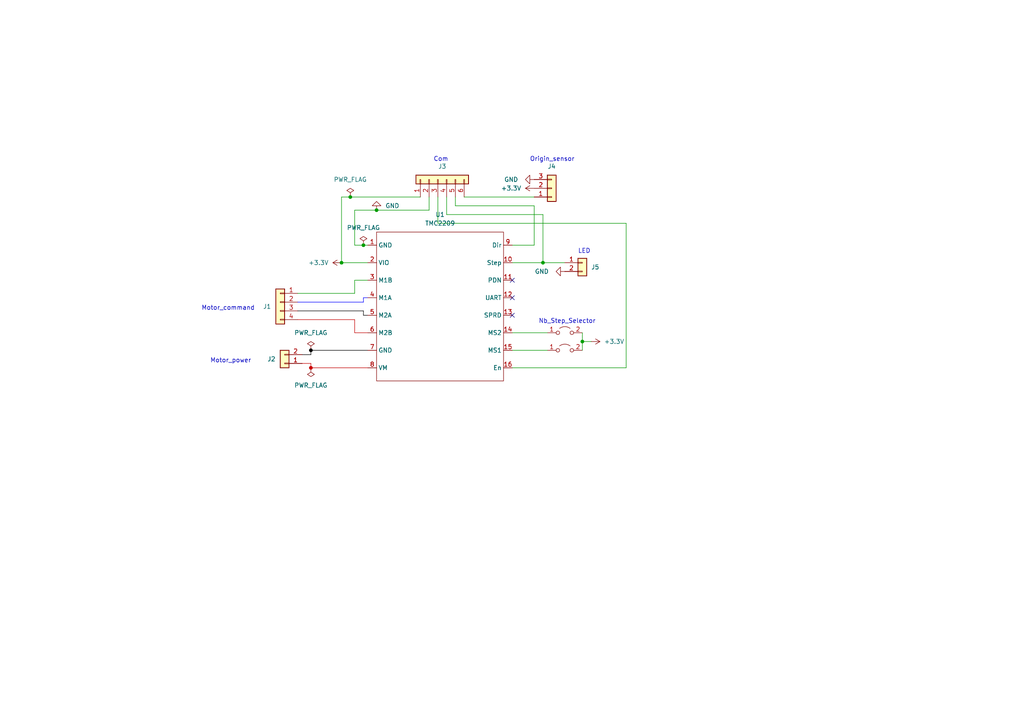
<source format=kicad_sch>
(kicad_sch (version 20230121) (generator eeschema)

  (uuid bc2be4c6-d8a4-43e9-8bc1-fae5a97ba093)

  (paper "A4")

  (title_block
    (title "schéma électronique axe z du porte échantillons")
    (date "2023-04-18")
    (rev "0")
    (company "ALEPH")
    (comment 1 "By : LAMBERT Tanguy")
  )

  (lib_symbols
    (symbol "Connector_Generic:Conn_01x02" (pin_names (offset 1.016) hide) (in_bom yes) (on_board yes)
      (property "Reference" "J" (at 0 2.54 0)
        (effects (font (size 1.27 1.27)))
      )
      (property "Value" "Conn_01x02" (at 0 -5.08 0)
        (effects (font (size 1.27 1.27)))
      )
      (property "Footprint" "" (at 0 0 0)
        (effects (font (size 1.27 1.27)) hide)
      )
      (property "Datasheet" "~" (at 0 0 0)
        (effects (font (size 1.27 1.27)) hide)
      )
      (property "ki_keywords" "connector" (at 0 0 0)
        (effects (font (size 1.27 1.27)) hide)
      )
      (property "ki_description" "Generic connector, single row, 01x02, script generated (kicad-library-utils/schlib/autogen/connector/)" (at 0 0 0)
        (effects (font (size 1.27 1.27)) hide)
      )
      (property "ki_fp_filters" "Connector*:*_1x??_*" (at 0 0 0)
        (effects (font (size 1.27 1.27)) hide)
      )
      (symbol "Conn_01x02_1_1"
        (rectangle (start -1.27 -2.413) (end 0 -2.667)
          (stroke (width 0.1524) (type default))
          (fill (type none))
        )
        (rectangle (start -1.27 0.127) (end 0 -0.127)
          (stroke (width 0.1524) (type default))
          (fill (type none))
        )
        (rectangle (start -1.27 1.27) (end 1.27 -3.81)
          (stroke (width 0.254) (type default))
          (fill (type background))
        )
        (pin passive line (at -5.08 0 0) (length 3.81)
          (name "Pin_1" (effects (font (size 1.27 1.27))))
          (number "1" (effects (font (size 1.27 1.27))))
        )
        (pin passive line (at -5.08 -2.54 0) (length 3.81)
          (name "Pin_2" (effects (font (size 1.27 1.27))))
          (number "2" (effects (font (size 1.27 1.27))))
        )
      )
    )
    (symbol "Connector_Generic:Conn_01x03" (pin_names (offset 1.016) hide) (in_bom yes) (on_board yes)
      (property "Reference" "J" (at 0 5.08 0)
        (effects (font (size 1.27 1.27)))
      )
      (property "Value" "Conn_01x03" (at 0 -5.08 0)
        (effects (font (size 1.27 1.27)))
      )
      (property "Footprint" "" (at 0 0 0)
        (effects (font (size 1.27 1.27)) hide)
      )
      (property "Datasheet" "~" (at 0 0 0)
        (effects (font (size 1.27 1.27)) hide)
      )
      (property "ki_keywords" "connector" (at 0 0 0)
        (effects (font (size 1.27 1.27)) hide)
      )
      (property "ki_description" "Generic connector, single row, 01x03, script generated (kicad-library-utils/schlib/autogen/connector/)" (at 0 0 0)
        (effects (font (size 1.27 1.27)) hide)
      )
      (property "ki_fp_filters" "Connector*:*_1x??_*" (at 0 0 0)
        (effects (font (size 1.27 1.27)) hide)
      )
      (symbol "Conn_01x03_1_1"
        (rectangle (start -1.27 -2.413) (end 0 -2.667)
          (stroke (width 0.1524) (type default))
          (fill (type none))
        )
        (rectangle (start -1.27 0.127) (end 0 -0.127)
          (stroke (width 0.1524) (type default))
          (fill (type none))
        )
        (rectangle (start -1.27 2.667) (end 0 2.413)
          (stroke (width 0.1524) (type default))
          (fill (type none))
        )
        (rectangle (start -1.27 3.81) (end 1.27 -3.81)
          (stroke (width 0.254) (type default))
          (fill (type background))
        )
        (pin passive line (at -5.08 2.54 0) (length 3.81)
          (name "Pin_1" (effects (font (size 1.27 1.27))))
          (number "1" (effects (font (size 1.27 1.27))))
        )
        (pin passive line (at -5.08 0 0) (length 3.81)
          (name "Pin_2" (effects (font (size 1.27 1.27))))
          (number "2" (effects (font (size 1.27 1.27))))
        )
        (pin passive line (at -5.08 -2.54 0) (length 3.81)
          (name "Pin_3" (effects (font (size 1.27 1.27))))
          (number "3" (effects (font (size 1.27 1.27))))
        )
      )
    )
    (symbol "Connector_Generic:Conn_01x04" (pin_names (offset 1.016) hide) (in_bom yes) (on_board yes)
      (property "Reference" "J" (at 0 5.08 0)
        (effects (font (size 1.27 1.27)))
      )
      (property "Value" "Conn_01x04" (at 0 -7.62 0)
        (effects (font (size 1.27 1.27)))
      )
      (property "Footprint" "" (at 0 0 0)
        (effects (font (size 1.27 1.27)) hide)
      )
      (property "Datasheet" "~" (at 0 0 0)
        (effects (font (size 1.27 1.27)) hide)
      )
      (property "ki_keywords" "connector" (at 0 0 0)
        (effects (font (size 1.27 1.27)) hide)
      )
      (property "ki_description" "Generic connector, single row, 01x04, script generated (kicad-library-utils/schlib/autogen/connector/)" (at 0 0 0)
        (effects (font (size 1.27 1.27)) hide)
      )
      (property "ki_fp_filters" "Connector*:*_1x??_*" (at 0 0 0)
        (effects (font (size 1.27 1.27)) hide)
      )
      (symbol "Conn_01x04_1_1"
        (rectangle (start -1.27 -4.953) (end 0 -5.207)
          (stroke (width 0.1524) (type default))
          (fill (type none))
        )
        (rectangle (start -1.27 -2.413) (end 0 -2.667)
          (stroke (width 0.1524) (type default))
          (fill (type none))
        )
        (rectangle (start -1.27 0.127) (end 0 -0.127)
          (stroke (width 0.1524) (type default))
          (fill (type none))
        )
        (rectangle (start -1.27 2.667) (end 0 2.413)
          (stroke (width 0.1524) (type default))
          (fill (type none))
        )
        (rectangle (start -1.27 3.81) (end 1.27 -6.35)
          (stroke (width 0.254) (type default))
          (fill (type background))
        )
        (pin passive line (at -5.08 2.54 0) (length 3.81)
          (name "Pin_1" (effects (font (size 1.27 1.27))))
          (number "1" (effects (font (size 1.27 1.27))))
        )
        (pin passive line (at -5.08 0 0) (length 3.81)
          (name "Pin_2" (effects (font (size 1.27 1.27))))
          (number "2" (effects (font (size 1.27 1.27))))
        )
        (pin passive line (at -5.08 -2.54 0) (length 3.81)
          (name "Pin_3" (effects (font (size 1.27 1.27))))
          (number "3" (effects (font (size 1.27 1.27))))
        )
        (pin passive line (at -5.08 -5.08 0) (length 3.81)
          (name "Pin_4" (effects (font (size 1.27 1.27))))
          (number "4" (effects (font (size 1.27 1.27))))
        )
      )
    )
    (symbol "Connector_Generic:Conn_01x06" (pin_names (offset 1.016) hide) (in_bom yes) (on_board yes)
      (property "Reference" "J" (at 0 7.62 0)
        (effects (font (size 1.27 1.27)))
      )
      (property "Value" "Conn_01x06" (at 0 -10.16 0)
        (effects (font (size 1.27 1.27)))
      )
      (property "Footprint" "" (at 0 0 0)
        (effects (font (size 1.27 1.27)) hide)
      )
      (property "Datasheet" "~" (at 0 0 0)
        (effects (font (size 1.27 1.27)) hide)
      )
      (property "ki_keywords" "connector" (at 0 0 0)
        (effects (font (size 1.27 1.27)) hide)
      )
      (property "ki_description" "Generic connector, single row, 01x06, script generated (kicad-library-utils/schlib/autogen/connector/)" (at 0 0 0)
        (effects (font (size 1.27 1.27)) hide)
      )
      (property "ki_fp_filters" "Connector*:*_1x??_*" (at 0 0 0)
        (effects (font (size 1.27 1.27)) hide)
      )
      (symbol "Conn_01x06_1_1"
        (rectangle (start -1.27 -7.493) (end 0 -7.747)
          (stroke (width 0.1524) (type default))
          (fill (type none))
        )
        (rectangle (start -1.27 -4.953) (end 0 -5.207)
          (stroke (width 0.1524) (type default))
          (fill (type none))
        )
        (rectangle (start -1.27 -2.413) (end 0 -2.667)
          (stroke (width 0.1524) (type default))
          (fill (type none))
        )
        (rectangle (start -1.27 0.127) (end 0 -0.127)
          (stroke (width 0.1524) (type default))
          (fill (type none))
        )
        (rectangle (start -1.27 2.667) (end 0 2.413)
          (stroke (width 0.1524) (type default))
          (fill (type none))
        )
        (rectangle (start -1.27 5.207) (end 0 4.953)
          (stroke (width 0.1524) (type default))
          (fill (type none))
        )
        (rectangle (start -1.27 6.35) (end 1.27 -8.89)
          (stroke (width 0.254) (type default))
          (fill (type background))
        )
        (pin passive line (at -5.08 5.08 0) (length 3.81)
          (name "Pin_1" (effects (font (size 1.27 1.27))))
          (number "1" (effects (font (size 1.27 1.27))))
        )
        (pin passive line (at -5.08 2.54 0) (length 3.81)
          (name "Pin_2" (effects (font (size 1.27 1.27))))
          (number "2" (effects (font (size 1.27 1.27))))
        )
        (pin passive line (at -5.08 0 0) (length 3.81)
          (name "Pin_3" (effects (font (size 1.27 1.27))))
          (number "3" (effects (font (size 1.27 1.27))))
        )
        (pin passive line (at -5.08 -2.54 0) (length 3.81)
          (name "Pin_4" (effects (font (size 1.27 1.27))))
          (number "4" (effects (font (size 1.27 1.27))))
        )
        (pin passive line (at -5.08 -5.08 0) (length 3.81)
          (name "Pin_5" (effects (font (size 1.27 1.27))))
          (number "5" (effects (font (size 1.27 1.27))))
        )
        (pin passive line (at -5.08 -7.62 0) (length 3.81)
          (name "Pin_6" (effects (font (size 1.27 1.27))))
          (number "6" (effects (font (size 1.27 1.27))))
        )
      )
    )
    (symbol "Jumper:Jumper_2_Open" (pin_names (offset 0) hide) (in_bom yes) (on_board yes)
      (property "Reference" "JP" (at 0 2.794 0)
        (effects (font (size 1.27 1.27)))
      )
      (property "Value" "Jumper_2_Open" (at 0 -2.286 0)
        (effects (font (size 1.27 1.27)))
      )
      (property "Footprint" "" (at 0 0 0)
        (effects (font (size 1.27 1.27)) hide)
      )
      (property "Datasheet" "~" (at 0 0 0)
        (effects (font (size 1.27 1.27)) hide)
      )
      (property "ki_keywords" "Jumper SPST" (at 0 0 0)
        (effects (font (size 1.27 1.27)) hide)
      )
      (property "ki_description" "Jumper, 2-pole, open" (at 0 0 0)
        (effects (font (size 1.27 1.27)) hide)
      )
      (property "ki_fp_filters" "Jumper* TestPoint*2Pads* TestPoint*Bridge*" (at 0 0 0)
        (effects (font (size 1.27 1.27)) hide)
      )
      (symbol "Jumper_2_Open_0_0"
        (circle (center -2.032 0) (radius 0.508)
          (stroke (width 0) (type default))
          (fill (type none))
        )
        (circle (center 2.032 0) (radius 0.508)
          (stroke (width 0) (type default))
          (fill (type none))
        )
      )
      (symbol "Jumper_2_Open_0_1"
        (arc (start 1.524 1.27) (mid 0 1.778) (end -1.524 1.27)
          (stroke (width 0) (type default))
          (fill (type none))
        )
      )
      (symbol "Jumper_2_Open_1_1"
        (pin passive line (at -5.08 0 0) (length 2.54)
          (name "A" (effects (font (size 1.27 1.27))))
          (number "1" (effects (font (size 1.27 1.27))))
        )
        (pin passive line (at 5.08 0 180) (length 2.54)
          (name "B" (effects (font (size 1.27 1.27))))
          (number "2" (effects (font (size 1.27 1.27))))
        )
      )
    )
    (symbol "ProjetStepperMotor:TMC2209" (in_bom yes) (on_board yes)
      (property "Reference" "U" (at 19.05 -21.59 0)
        (effects (font (size 1.27 1.27)))
      )
      (property "Value" "TMC2209" (at 19.05 -19.05 0)
        (effects (font (size 1.27 1.27)))
      )
      (property "Footprint" "LibraryFootprint:Motor_driver_holder" (at 19.05 -21.59 0)
        (effects (font (size 1.27 1.27)) hide)
      )
      (property "Datasheet" "" (at 19.05 -21.59 0)
        (effects (font (size 1.27 1.27)) hide)
      )
      (symbol "TMC2209_0_1"
        (rectangle (start 0 0) (end 36.83 -43.18)
          (stroke (width 0) (type default))
          (fill (type none))
        )
      )
      (symbol "TMC2209_1_1"
        (pin power_in line (at -2.54 -3.81 0) (length 2.54)
          (name "GND" (effects (font (size 1.27 1.27))))
          (number "1" (effects (font (size 1.27 1.27))))
        )
        (pin input line (at 39.37 -8.89 180) (length 2.54)
          (name "Step" (effects (font (size 1.27 1.27))))
          (number "10" (effects (font (size 1.27 1.27))))
        )
        (pin input line (at 39.37 -13.97 180) (length 2.54)
          (name "PDN" (effects (font (size 1.27 1.27))))
          (number "11" (effects (font (size 1.27 1.27))))
        )
        (pin bidirectional line (at 39.37 -19.05 180) (length 2.54)
          (name "UART" (effects (font (size 1.27 1.27))))
          (number "12" (effects (font (size 1.27 1.27))))
        )
        (pin input line (at 39.37 -24.13 180) (length 2.54)
          (name "SPRD" (effects (font (size 1.27 1.27))))
          (number "13" (effects (font (size 1.27 1.27))))
        )
        (pin input line (at 39.37 -29.21 180) (length 2.54)
          (name "MS2" (effects (font (size 1.27 1.27))))
          (number "14" (effects (font (size 1.27 1.27))))
        )
        (pin input line (at 39.37 -34.29 180) (length 2.54)
          (name "MS1" (effects (font (size 1.27 1.27))))
          (number "15" (effects (font (size 1.27 1.27))))
        )
        (pin input line (at 39.37 -39.37 180) (length 2.54)
          (name "En" (effects (font (size 1.27 1.27))))
          (number "16" (effects (font (size 1.27 1.27))))
        )
        (pin power_in line (at -2.54 -8.89 0) (length 2.54)
          (name "VIO" (effects (font (size 1.27 1.27))))
          (number "2" (effects (font (size 1.27 1.27))))
        )
        (pin output line (at -2.54 -13.97 0) (length 2.54)
          (name "M1B" (effects (font (size 1.27 1.27))))
          (number "3" (effects (font (size 1.27 1.27))))
        )
        (pin output line (at -2.54 -19.05 0) (length 2.54)
          (name "M1A" (effects (font (size 1.27 1.27))))
          (number "4" (effects (font (size 1.27 1.27))))
        )
        (pin output line (at -2.54 -24.13 0) (length 2.54)
          (name "M2A" (effects (font (size 1.27 1.27))))
          (number "5" (effects (font (size 1.27 1.27))))
        )
        (pin output line (at -2.54 -29.21 0) (length 2.54)
          (name "M2B" (effects (font (size 1.27 1.27))))
          (number "6" (effects (font (size 1.27 1.27))))
        )
        (pin power_in line (at -2.54 -34.29 0) (length 2.54)
          (name "GND" (effects (font (size 1.27 1.27))))
          (number "7" (effects (font (size 1.27 1.27))))
        )
        (pin power_in line (at -2.54 -39.37 0) (length 2.54)
          (name "VM" (effects (font (size 1.27 1.27))))
          (number "8" (effects (font (size 1.27 1.27))))
        )
        (pin input line (at 39.37 -3.81 180) (length 2.54)
          (name "Dir" (effects (font (size 1.27 1.27))))
          (number "9" (effects (font (size 1.27 1.27))))
        )
      )
    )
    (symbol "power:+3.3V" (power) (pin_names (offset 0)) (in_bom yes) (on_board yes)
      (property "Reference" "#PWR" (at 0 -3.81 0)
        (effects (font (size 1.27 1.27)) hide)
      )
      (property "Value" "+3.3V" (at 0 3.556 0)
        (effects (font (size 1.27 1.27)))
      )
      (property "Footprint" "" (at 0 0 0)
        (effects (font (size 1.27 1.27)) hide)
      )
      (property "Datasheet" "" (at 0 0 0)
        (effects (font (size 1.27 1.27)) hide)
      )
      (property "ki_keywords" "power-flag" (at 0 0 0)
        (effects (font (size 1.27 1.27)) hide)
      )
      (property "ki_description" "Power symbol creates a global label with name \"+3.3V\"" (at 0 0 0)
        (effects (font (size 1.27 1.27)) hide)
      )
      (symbol "+3.3V_0_1"
        (polyline
          (pts
            (xy -0.762 1.27)
            (xy 0 2.54)
          )
          (stroke (width 0) (type default))
          (fill (type none))
        )
        (polyline
          (pts
            (xy 0 0)
            (xy 0 2.54)
          )
          (stroke (width 0) (type default))
          (fill (type none))
        )
        (polyline
          (pts
            (xy 0 2.54)
            (xy 0.762 1.27)
          )
          (stroke (width 0) (type default))
          (fill (type none))
        )
      )
      (symbol "+3.3V_1_1"
        (pin power_in line (at 0 0 90) (length 0) hide
          (name "+3.3V" (effects (font (size 1.27 1.27))))
          (number "1" (effects (font (size 1.27 1.27))))
        )
      )
    )
    (symbol "power:GND" (power) (pin_names (offset 0)) (in_bom yes) (on_board yes)
      (property "Reference" "#PWR" (at 0 -6.35 0)
        (effects (font (size 1.27 1.27)) hide)
      )
      (property "Value" "GND" (at 0 -3.81 0)
        (effects (font (size 1.27 1.27)))
      )
      (property "Footprint" "" (at 0 0 0)
        (effects (font (size 1.27 1.27)) hide)
      )
      (property "Datasheet" "" (at 0 0 0)
        (effects (font (size 1.27 1.27)) hide)
      )
      (property "ki_keywords" "power-flag" (at 0 0 0)
        (effects (font (size 1.27 1.27)) hide)
      )
      (property "ki_description" "Power symbol creates a global label with name \"GND\" , ground" (at 0 0 0)
        (effects (font (size 1.27 1.27)) hide)
      )
      (symbol "GND_0_1"
        (polyline
          (pts
            (xy 0 0)
            (xy 0 -1.27)
            (xy 1.27 -1.27)
            (xy 0 -2.54)
            (xy -1.27 -1.27)
            (xy 0 -1.27)
          )
          (stroke (width 0) (type default))
          (fill (type none))
        )
      )
      (symbol "GND_1_1"
        (pin power_in line (at 0 0 270) (length 0) hide
          (name "GND" (effects (font (size 1.27 1.27))))
          (number "1" (effects (font (size 1.27 1.27))))
        )
      )
    )
    (symbol "power:PWR_FLAG" (power) (pin_numbers hide) (pin_names (offset 0) hide) (in_bom yes) (on_board yes)
      (property "Reference" "#FLG" (at 0 1.905 0)
        (effects (font (size 1.27 1.27)) hide)
      )
      (property "Value" "PWR_FLAG" (at 0 3.81 0)
        (effects (font (size 1.27 1.27)))
      )
      (property "Footprint" "" (at 0 0 0)
        (effects (font (size 1.27 1.27)) hide)
      )
      (property "Datasheet" "~" (at 0 0 0)
        (effects (font (size 1.27 1.27)) hide)
      )
      (property "ki_keywords" "power-flag" (at 0 0 0)
        (effects (font (size 1.27 1.27)) hide)
      )
      (property "ki_description" "Special symbol for telling ERC where power comes from" (at 0 0 0)
        (effects (font (size 1.27 1.27)) hide)
      )
      (symbol "PWR_FLAG_0_0"
        (pin power_out line (at 0 0 90) (length 0)
          (name "pwr" (effects (font (size 1.27 1.27))))
          (number "1" (effects (font (size 1.27 1.27))))
        )
      )
      (symbol "PWR_FLAG_0_1"
        (polyline
          (pts
            (xy 0 0)
            (xy 0 1.27)
            (xy -1.016 1.905)
            (xy 0 2.54)
            (xy 1.016 1.905)
            (xy 0 1.27)
          )
          (stroke (width 0) (type default))
          (fill (type none))
        )
      )
    )
  )

  (junction (at 90.17 101.6) (diameter 0) (color 0 0 0 1)
    (uuid 02a0c91c-ec68-4ac8-bd0d-9c985df049df)
  )
  (junction (at 90.17 106.68) (diameter 0) (color 194 0 0 1)
    (uuid 3377cbbb-bb36-4d2f-82c0-3f0ab408d219)
  )
  (junction (at 99.06 76.2) (diameter 0) (color 0 0 0 0)
    (uuid 51e104e9-6c62-44b1-afef-2e0db5e76db5)
  )
  (junction (at 168.91 99.06) (diameter 0) (color 0 0 0 0)
    (uuid 5a973a47-b241-44dc-9705-9f85c4e2c659)
  )
  (junction (at 105.41 71.12) (diameter 0) (color 0 0 0 0)
    (uuid 6be9114d-1e15-4268-927d-cc885c4c3a4e)
  )
  (junction (at 101.6 57.15) (diameter 0) (color 0 0 0 0)
    (uuid 92fe3ef9-c4d8-4af3-bbde-4bf1c53b0310)
  )
  (junction (at 157.48 76.2) (diameter 0) (color 0 0 0 0)
    (uuid b345dc25-66a3-4706-bcda-e51fd34c3eb3)
  )
  (junction (at 109.22 60.96) (diameter 0) (color 0 0 0 0)
    (uuid c50ae727-012b-4365-b924-d80ccc05d875)
  )

  (no_connect (at 148.59 81.28) (uuid 625d08cd-0096-42ad-9aa9-20cbee11c481))
  (no_connect (at 148.59 86.36) (uuid 8a0a9a9a-1fbb-47e8-99bc-9a3278e94dd7))
  (no_connect (at 148.59 91.44) (uuid bcf40859-6ef1-4729-bf38-c72896cf30f6))

  (wire (pts (xy 148.59 71.12) (xy 154.94 71.12))
    (stroke (width 0) (type default))
    (uuid 065ff9eb-dab8-4599-b625-13e156a0a9f1)
  )
  (wire (pts (xy 86.36 87.63) (xy 105.41 87.63))
    (stroke (width 0) (type default) (color 0 0 255 1))
    (uuid 06b03d56-d271-43a3-b028-78e06643d27e)
  )
  (wire (pts (xy 129.54 57.15) (xy 129.54 62.23))
    (stroke (width 0) (type default))
    (uuid 0d8eecb0-adf1-46e6-a4e4-26b060ee2967)
  )
  (wire (pts (xy 102.87 96.52) (xy 106.68 96.52))
    (stroke (width 0) (type default) (color 194 0 0 1))
    (uuid 2464d3d6-3df4-43b9-a337-613ee5c04c69)
  )
  (wire (pts (xy 134.62 57.15) (xy 154.94 57.15))
    (stroke (width 0) (type default))
    (uuid 282d5c68-4354-4dde-a6f4-fdea0092194b)
  )
  (wire (pts (xy 86.36 85.09) (xy 102.87 85.09))
    (stroke (width 0) (type default))
    (uuid 2e77acf0-aa4f-477b-9c8c-38068d637ff4)
  )
  (wire (pts (xy 168.91 99.06) (xy 168.91 101.6))
    (stroke (width 0) (type default))
    (uuid 30a331b6-1aec-4339-9d5c-116e48602e0b)
  )
  (wire (pts (xy 99.06 57.15) (xy 99.06 76.2))
    (stroke (width 0) (type default))
    (uuid 3288e087-f575-4cdc-be56-0bb6fe2db2fb)
  )
  (wire (pts (xy 129.54 62.23) (xy 157.48 62.23))
    (stroke (width 0) (type default))
    (uuid 3968c611-22d3-4d73-b88f-b65a6ca38d05)
  )
  (wire (pts (xy 102.87 92.71) (xy 102.87 96.52))
    (stroke (width 0) (type default) (color 194 0 0 1))
    (uuid 3cdce96a-ecd2-4b3f-b804-d47fca8f0916)
  )
  (wire (pts (xy 90.17 101.6) (xy 106.68 101.6))
    (stroke (width 0) (type default) (color 0 0 0 1))
    (uuid 433218ff-b118-4b8f-ba66-24619d400df3)
  )
  (wire (pts (xy 102.87 81.28) (xy 106.68 81.28))
    (stroke (width 0) (type default))
    (uuid 4441979d-6cee-4756-ab34-6d526de2a7fd)
  )
  (wire (pts (xy 148.59 101.6) (xy 158.75 101.6))
    (stroke (width 0) (type default))
    (uuid 452657d3-9c13-4247-bd53-aa7eccd8f3d3)
  )
  (wire (pts (xy 127 64.77) (xy 127 57.15))
    (stroke (width 0) (type default))
    (uuid 506e0074-023e-42c8-95bc-d05bd0ff5507)
  )
  (wire (pts (xy 99.06 76.2) (xy 106.68 76.2))
    (stroke (width 0) (type default))
    (uuid 560865e4-e409-4ace-a652-5a0e211fed1a)
  )
  (wire (pts (xy 102.87 71.12) (xy 102.87 60.96))
    (stroke (width 0) (type default))
    (uuid 5a346532-94a1-4cab-95e6-6cc2ada8749a)
  )
  (wire (pts (xy 105.41 86.36) (xy 106.68 86.36))
    (stroke (width 0) (type default) (color 0 0 255 1))
    (uuid 5bf660a9-8873-431b-b9c2-ba8b477446b7)
  )
  (wire (pts (xy 132.08 59.69) (xy 154.94 59.69))
    (stroke (width 0) (type default))
    (uuid 60493c6b-cea7-4f21-8cfd-f92e3463a399)
  )
  (wire (pts (xy 109.22 60.96) (xy 124.46 60.96))
    (stroke (width 0) (type default))
    (uuid 67b106b4-2de9-4484-9473-bb41e76282b5)
  )
  (wire (pts (xy 90.17 106.68) (xy 90.17 105.41))
    (stroke (width 0) (type default) (color 194 0 0 1))
    (uuid 7041726b-c9b3-443e-9ca3-aae0b08d007c)
  )
  (wire (pts (xy 105.41 91.44) (xy 106.68 91.44))
    (stroke (width 0) (type default) (color 0 0 0 1))
    (uuid 77f6ca0b-7ef5-472c-9bfe-c5b51a15884b)
  )
  (wire (pts (xy 148.59 76.2) (xy 157.48 76.2))
    (stroke (width 0) (type default))
    (uuid 78e9665c-e926-4d06-a0bd-1eed7a1f76e1)
  )
  (wire (pts (xy 157.48 62.23) (xy 157.48 76.2))
    (stroke (width 0) (type default))
    (uuid 7d5131ae-e2f7-4561-8697-1e65d58191a9)
  )
  (wire (pts (xy 154.94 59.69) (xy 154.94 71.12))
    (stroke (width 0) (type default))
    (uuid 822afd89-2e8e-4ca9-8477-58fc2ea2fda4)
  )
  (wire (pts (xy 132.08 57.15) (xy 132.08 59.69))
    (stroke (width 0) (type default))
    (uuid 82b007a6-29f6-4aed-a0f6-2db4a141083a)
  )
  (wire (pts (xy 148.59 106.68) (xy 181.61 106.68))
    (stroke (width 0) (type default))
    (uuid 84eea8df-9a96-4854-8e54-0ac6559262a7)
  )
  (wire (pts (xy 181.61 64.77) (xy 127 64.77))
    (stroke (width 0) (type default))
    (uuid 8df964e8-7293-48a4-951b-b5692867be78)
  )
  (wire (pts (xy 157.48 76.2) (xy 163.83 76.2))
    (stroke (width 0) (type default))
    (uuid 8fe257d1-02e4-4067-ac7f-a366219f1fe1)
  )
  (wire (pts (xy 105.41 71.12) (xy 102.87 71.12))
    (stroke (width 0) (type default))
    (uuid 91d139d3-c7ca-46e7-a747-a76e61455821)
  )
  (wire (pts (xy 181.61 106.68) (xy 181.61 64.77))
    (stroke (width 0) (type default))
    (uuid a03f2c5b-cdc5-4db1-a5b8-bef36e26dadb)
  )
  (wire (pts (xy 101.6 57.15) (xy 121.92 57.15))
    (stroke (width 0) (type default))
    (uuid a052100d-ad14-425a-a965-02264080c40a)
  )
  (wire (pts (xy 171.45 99.06) (xy 168.91 99.06))
    (stroke (width 0) (type default))
    (uuid a28a0f68-9e92-49bf-a330-c4613a319c31)
  )
  (wire (pts (xy 102.87 60.96) (xy 109.22 60.96))
    (stroke (width 0) (type default))
    (uuid a4fc4586-5a1a-425c-9b17-41d5627f4af0)
  )
  (wire (pts (xy 86.36 92.71) (xy 102.87 92.71))
    (stroke (width 0) (type default) (color 194 0 0 1))
    (uuid ad2cb1c7-e45a-43ac-ad52-565569c8eb39)
  )
  (wire (pts (xy 105.41 91.44) (xy 105.41 90.17))
    (stroke (width 0) (type default) (color 0 0 0 1))
    (uuid c7202fa7-c5ed-44ee-975d-c9dee38e6173)
  )
  (wire (pts (xy 90.17 106.68) (xy 106.68 106.68))
    (stroke (width 0) (type default) (color 194 0 0 1))
    (uuid c9626250-6110-4a15-80b9-0c726adc34f6)
  )
  (wire (pts (xy 99.06 57.15) (xy 101.6 57.15))
    (stroke (width 0) (type default))
    (uuid d17777a4-6c11-4bab-93e3-542bbbe419de)
  )
  (wire (pts (xy 148.59 96.52) (xy 158.75 96.52))
    (stroke (width 0) (type default))
    (uuid d1991158-a7e3-4b9f-a0cd-a47b34f5e738)
  )
  (wire (pts (xy 87.63 102.87) (xy 90.17 102.87))
    (stroke (width 0) (type default) (color 0 0 0 1))
    (uuid d89631a7-48e7-452d-8706-d15f2461ca3a)
  )
  (wire (pts (xy 90.17 101.6) (xy 90.17 102.87))
    (stroke (width 0) (type default) (color 0 0 0 1))
    (uuid d9122531-3b73-4806-9250-f887c9187866)
  )
  (wire (pts (xy 86.36 90.17) (xy 105.41 90.17))
    (stroke (width 0) (type default) (color 0 0 0 1))
    (uuid da21fa3e-db02-411a-b93c-fbc3b0c99aec)
  )
  (wire (pts (xy 106.68 71.12) (xy 105.41 71.12))
    (stroke (width 0) (type default))
    (uuid dc71001d-e8d1-4090-bcd7-1a0c4413b473)
  )
  (wire (pts (xy 168.91 96.52) (xy 168.91 99.06))
    (stroke (width 0) (type default))
    (uuid dcf37ed1-f312-4f15-af5b-1bfa8d196495)
  )
  (wire (pts (xy 124.46 60.96) (xy 124.46 57.15))
    (stroke (width 0) (type default))
    (uuid ddc83d94-961f-4668-b3df-8a9e5d3dfeb6)
  )
  (wire (pts (xy 102.87 81.28) (xy 102.87 85.09))
    (stroke (width 0) (type default))
    (uuid f10bdb3f-feed-412b-8c66-ca1fa84a8df7)
  )
  (wire (pts (xy 105.41 86.36) (xy 105.41 87.63))
    (stroke (width 0) (type default) (color 0 0 255 1))
    (uuid f41ead2a-228c-44f3-b8ff-8213db47ad09)
  )
  (wire (pts (xy 87.63 105.41) (xy 90.17 105.41))
    (stroke (width 0) (type default) (color 194 0 0 1))
    (uuid fb0040d0-980b-4b75-a6de-2b8b16d402c0)
  )

  (text "Com" (at 125.73 46.99 0)
    (effects (font (size 1.27 1.27)) (justify left bottom))
    (uuid 23356cff-f3a8-4f3f-902c-2d4bcf1b778d)
  )
  (text "LED" (at 167.64 73.66 0)
    (effects (font (size 1.27 1.27)) (justify left bottom))
    (uuid 67d41c81-a5dc-43ff-88cf-96c7639c8197)
  )
  (text "Origin_sensor\n" (at 153.67 46.99 0)
    (effects (font (size 1.27 1.27)) (justify left bottom))
    (uuid c241e2c9-d54a-40a7-a6c7-cf0229963ea6)
  )
  (text "Motor_power\n" (at 60.96 105.41 0)
    (effects (font (size 1.27 1.27)) (justify left bottom))
    (uuid d97305ff-f4b1-4b07-a453-254e0027e2e2)
  )
  (text "Motor_command\n" (at 58.42 90.17 0)
    (effects (font (size 1.27 1.27)) (justify left bottom))
    (uuid e2447a76-e610-410c-b2a0-ae010823172b)
  )
  (text "Nb_Step_Selector" (at 156.21 93.98 0)
    (effects (font (size 1.27 1.27)) (justify left bottom))
    (uuid f0d0d029-43d8-4261-8602-d7422e891d93)
  )

  (symbol (lib_id "Jumper:Jumper_2_Open") (at 163.83 101.6 0) (unit 1)
    (in_bom yes) (on_board yes) (dnp no) (fields_autoplaced)
    (uuid 0c6a024c-18aa-4cf3-8877-62294c7f5e43)
    (property "Reference" "JP2" (at 163.83 95.25 0)
      (effects (font (size 1.27 1.27)) hide)
    )
    (property "Value" "Jumper_2_Open" (at 163.83 97.79 0)
      (effects (font (size 1.27 1.27)) hide)
    )
    (property "Footprint" "Connector_PinHeader_2.54mm:PinHeader_1x02_P2.54mm_Vertical" (at 163.83 101.6 0)
      (effects (font (size 1.27 1.27)) hide)
    )
    (property "Datasheet" "~" (at 163.83 101.6 0)
      (effects (font (size 1.27 1.27)) hide)
    )
    (pin "1" (uuid c7ee9249-e442-4861-86bf-6ae9eef6f768))
    (pin "2" (uuid d6dd4dfc-ee4a-45f1-bcbf-f700f023781c))
    (instances
      (project "Carte_Driver"
        (path "/bc2be4c6-d8a4-43e9-8bc1-fae5a97ba093"
          (reference "JP2") (unit 1)
        )
      )
    )
  )

  (symbol (lib_id "Jumper:Jumper_2_Open") (at 163.83 96.52 0) (unit 1)
    (in_bom yes) (on_board yes) (dnp no) (fields_autoplaced)
    (uuid 0faa1d30-9b07-4c62-b4be-30b5d0c43a53)
    (property "Reference" "JP1" (at 163.83 90.17 0)
      (effects (font (size 1.27 1.27)) hide)
    )
    (property "Value" "Jumper_2_Open" (at 163.83 92.71 0)
      (effects (font (size 1.27 1.27)) hide)
    )
    (property "Footprint" "Connector_PinHeader_2.54mm:PinHeader_1x02_P2.54mm_Vertical" (at 163.83 96.52 0)
      (effects (font (size 1.27 1.27)) hide)
    )
    (property "Datasheet" "~" (at 163.83 96.52 0)
      (effects (font (size 1.27 1.27)) hide)
    )
    (pin "1" (uuid 825445bd-86cb-4880-8cd7-faced12bbcb6))
    (pin "2" (uuid 63d09eae-a791-48f4-a118-40925f55f850))
    (instances
      (project "Carte_Driver"
        (path "/bc2be4c6-d8a4-43e9-8bc1-fae5a97ba093"
          (reference "JP1") (unit 1)
        )
      )
    )
  )

  (symbol (lib_id "Connector_Generic:Conn_01x04") (at 81.28 87.63 0) (mirror y) (unit 1)
    (in_bom yes) (on_board yes) (dnp no)
    (uuid 373a8111-8470-494d-88e6-888365f0ff44)
    (property "Reference" "J1" (at 77.47 88.9 0)
      (effects (font (size 1.27 1.27)))
    )
    (property "Value" "Conn_01x04" (at 81.28 81.28 0)
      (effects (font (size 1.27 1.27)) hide)
    )
    (property "Footprint" "Connector_PinHeader_2.54mm:PinHeader_1x04_P2.54mm_Vertical" (at 81.28 87.63 0)
      (effects (font (size 1.27 1.27)) hide)
    )
    (property "Datasheet" "~" (at 81.28 87.63 0)
      (effects (font (size 1.27 1.27)) hide)
    )
    (pin "1" (uuid e80559b1-081f-4ced-9215-526bc3554e6f))
    (pin "2" (uuid 5c7b3058-cca8-450b-b8e9-b6dacdd4e085))
    (pin "3" (uuid af62030b-5e93-4f92-86fc-06fb898d92a2))
    (pin "4" (uuid 664a37d1-3065-4fa1-904a-0ed07ce27fc0))
    (instances
      (project "Carte_Driver"
        (path "/bc2be4c6-d8a4-43e9-8bc1-fae5a97ba093"
          (reference "J1") (unit 1)
        )
      )
    )
  )

  (symbol (lib_id "power:+3.3V") (at 171.45 99.06 270) (mirror x) (unit 1)
    (in_bom yes) (on_board yes) (dnp no)
    (uuid 412ad4c8-c832-4702-93c1-4a4d87792cd6)
    (property "Reference" "#PWR04" (at 167.64 99.06 0)
      (effects (font (size 1.27 1.27)) hide)
    )
    (property "Value" "+3.3V" (at 175.18 99.0599 90)
      (effects (font (size 1.27 1.27)) (justify left))
    )
    (property "Footprint" "" (at 171.45 99.06 0)
      (effects (font (size 1.27 1.27)) hide)
    )
    (property "Datasheet" "" (at 171.45 99.06 0)
      (effects (font (size 1.27 1.27)) hide)
    )
    (pin "1" (uuid 76004cb2-bb0c-4416-839b-c5ca4998e257))
    (instances
      (project "Carte_Driver"
        (path "/bc2be4c6-d8a4-43e9-8bc1-fae5a97ba093"
          (reference "#PWR04") (unit 1)
        )
      )
    )
  )

  (symbol (lib_id "power:+3.3V") (at 154.94 54.61 90) (unit 1)
    (in_bom yes) (on_board yes) (dnp no)
    (uuid 5f454e00-b920-45d4-85da-27cade836723)
    (property "Reference" "#PWR02" (at 158.75 54.61 0)
      (effects (font (size 1.27 1.27)) hide)
    )
    (property "Value" "+3.3V" (at 151.21 54.6099 90)
      (effects (font (size 1.27 1.27)) (justify left))
    )
    (property "Footprint" "" (at 154.94 54.61 0)
      (effects (font (size 1.27 1.27)) hide)
    )
    (property "Datasheet" "" (at 154.94 54.61 0)
      (effects (font (size 1.27 1.27)) hide)
    )
    (pin "1" (uuid d0885dc9-f759-4e1f-bc2d-c01cd408aec0))
    (instances
      (project "Carte_Driver"
        (path "/bc2be4c6-d8a4-43e9-8bc1-fae5a97ba093"
          (reference "#PWR02") (unit 1)
        )
      )
    )
  )

  (symbol (lib_id "Connector_Generic:Conn_01x03") (at 160.02 54.61 0) (mirror x) (unit 1)
    (in_bom yes) (on_board yes) (dnp no) (fields_autoplaced)
    (uuid 66927322-542f-4499-b815-973198e3d738)
    (property "Reference" "J4" (at 160.02 48.26 0)
      (effects (font (size 1.27 1.27)))
    )
    (property "Value" "Conn_01x03" (at 162.56 53.3401 0)
      (effects (font (size 1.27 1.27)) (justify left) hide)
    )
    (property "Footprint" "Connector_PinHeader_2.54mm:PinHeader_1x03_P2.54mm_Vertical" (at 160.02 54.61 0)
      (effects (font (size 1.27 1.27)) hide)
    )
    (property "Datasheet" "~" (at 160.02 54.61 0)
      (effects (font (size 1.27 1.27)) hide)
    )
    (pin "1" (uuid 76f01c55-e45e-49fe-b542-c598e70e3618))
    (pin "2" (uuid c1f557ae-4875-40b3-adb1-d332e848d125))
    (pin "3" (uuid 5902c832-205a-4904-9682-bc887acaccf7))
    (instances
      (project "Carte_Driver"
        (path "/bc2be4c6-d8a4-43e9-8bc1-fae5a97ba093"
          (reference "J4") (unit 1)
        )
      )
    )
  )

  (symbol (lib_id "ProjetStepperMotor:TMC2209") (at 109.22 67.31 0) (unit 1)
    (in_bom yes) (on_board yes) (dnp no) (fields_autoplaced)
    (uuid 695bc116-ebc3-499a-bdf9-92c1f0e807c3)
    (property "Reference" "U1" (at 127.635 62.23 0)
      (effects (font (size 1.27 1.27)))
    )
    (property "Value" "TMC2209" (at 127.635 64.77 0)
      (effects (font (size 1.27 1.27)))
    )
    (property "Footprint" "LibraryFootprint:Motor_driver_holder" (at 128.27 88.9 0)
      (effects (font (size 1.27 1.27)) hide)
    )
    (property "Datasheet" "" (at 128.27 88.9 0)
      (effects (font (size 1.27 1.27)) hide)
    )
    (pin "1" (uuid 1623e218-ec32-4297-99eb-c10c2c6e418c))
    (pin "10" (uuid ee1315dc-6336-469e-a3ae-177c51397818))
    (pin "11" (uuid 493d600d-f89d-46aa-a76e-c27439bfa55d))
    (pin "12" (uuid 4f01ce69-1143-435d-878a-fbcaf3e2899f))
    (pin "13" (uuid 34b6b977-6400-4b31-b782-f2cb1f610528))
    (pin "14" (uuid 85f99160-266c-43a8-bfae-4506d210f920))
    (pin "15" (uuid a9a54ad3-1fa5-4676-911c-ef14fe1283a6))
    (pin "16" (uuid bedb8d43-ae44-47f9-a995-bdab4edf479e))
    (pin "2" (uuid 511c5651-7cfa-41d6-bac0-4013d7a75fdb))
    (pin "3" (uuid d5e3cf7e-198d-4029-9735-df1ddc1bbac9))
    (pin "4" (uuid 51648087-4d65-4509-a18e-b81369db6819))
    (pin "5" (uuid bf117366-c6ac-488d-b20d-e060cbb31223))
    (pin "6" (uuid d7a2338a-d4d8-4d6f-b399-d13d6f65d0b6))
    (pin "7" (uuid dd1df468-cc09-467e-8419-fe271a5a20f1))
    (pin "8" (uuid 9a2b2be9-8058-419e-a56c-3040d14ca2b5))
    (pin "9" (uuid a5bfee93-ac9c-4c6e-86f3-61a71ca9787d))
    (instances
      (project "Carte_Driver"
        (path "/bc2be4c6-d8a4-43e9-8bc1-fae5a97ba093"
          (reference "U1") (unit 1)
        )
      )
    )
  )

  (symbol (lib_id "Connector_Generic:Conn_01x02") (at 168.91 76.2 0) (unit 1)
    (in_bom yes) (on_board yes) (dnp no) (fields_autoplaced)
    (uuid 7c0286b1-0ba9-49eb-973c-2b0dfd8372ed)
    (property "Reference" "J5" (at 171.45 77.4699 0)
      (effects (font (size 1.27 1.27)) (justify left))
    )
    (property "Value" "Conn_01x02" (at 171.45 78.7399 0)
      (effects (font (size 1.27 1.27)) (justify left) hide)
    )
    (property "Footprint" "Connector_PinHeader_2.54mm:PinHeader_1x02_P2.54mm_Vertical" (at 168.91 76.2 0)
      (effects (font (size 1.27 1.27)) hide)
    )
    (property "Datasheet" "~" (at 168.91 76.2 0)
      (effects (font (size 1.27 1.27)) hide)
    )
    (pin "1" (uuid 99be4522-8459-40fd-a18e-4aefc8e7ba84))
    (pin "2" (uuid 8cab9d85-6a79-4926-886d-bfe5afeb096d))
    (instances
      (project "Carte_Driver"
        (path "/bc2be4c6-d8a4-43e9-8bc1-fae5a97ba093"
          (reference "J5") (unit 1)
        )
      )
    )
  )

  (symbol (lib_id "power:GND") (at 154.94 52.07 270) (mirror x) (unit 1)
    (in_bom yes) (on_board yes) (dnp no)
    (uuid 7c576d4d-49d9-4b56-a2de-3a6d349f4b64)
    (property "Reference" "#PWR01" (at 148.59 52.07 0)
      (effects (font (size 1.27 1.27)) hide)
    )
    (property "Value" "GND" (at 146.21 52.0699 90)
      (effects (font (size 1.27 1.27)) (justify left))
    )
    (property "Footprint" "" (at 154.94 52.07 0)
      (effects (font (size 1.27 1.27)) hide)
    )
    (property "Datasheet" "" (at 154.94 52.07 0)
      (effects (font (size 1.27 1.27)) hide)
    )
    (pin "1" (uuid e40e0c05-5085-401e-b7f1-3969bfdce6ff))
    (instances
      (project "Carte_Driver"
        (path "/bc2be4c6-d8a4-43e9-8bc1-fae5a97ba093"
          (reference "#PWR01") (unit 1)
        )
      )
    )
  )

  (symbol (lib_id "Connector_Generic:Conn_01x02") (at 82.55 105.41 180) (unit 1)
    (in_bom yes) (on_board yes) (dnp no)
    (uuid 8165931f-8e86-4bbe-85cf-0fce9d346777)
    (property "Reference" "J2" (at 78.74 104.14 0)
      (effects (font (size 1.27 1.27)))
    )
    (property "Value" "Conn_01x02" (at 82.55 109.22 0)
      (effects (font (size 1.27 1.27)) hide)
    )
    (property "Footprint" "Connector_PinHeader_2.54mm:PinHeader_1x02_P2.54mm_Vertical" (at 82.55 105.41 0)
      (effects (font (size 1.27 1.27)) hide)
    )
    (property "Datasheet" "~" (at 82.55 105.41 0)
      (effects (font (size 1.27 1.27)) hide)
    )
    (pin "1" (uuid deb764b5-747c-4551-a898-9cefe7fa7598))
    (pin "2" (uuid 3d118d1c-7afb-4cae-9d31-8e9ae30b4d9e))
    (instances
      (project "Carte_Driver"
        (path "/bc2be4c6-d8a4-43e9-8bc1-fae5a97ba093"
          (reference "J2") (unit 1)
        )
      )
    )
  )

  (symbol (lib_id "power:PWR_FLAG") (at 90.17 106.68 0) (mirror x) (unit 1)
    (in_bom yes) (on_board yes) (dnp no) (fields_autoplaced)
    (uuid 84ccde0a-ce40-46af-95d7-6eeb85ea0240)
    (property "Reference" "#FLG0101" (at 90.17 108.585 0)
      (effects (font (size 1.27 1.27)) hide)
    )
    (property "Value" "PWR_FLAG" (at 90.17 111.76 0)
      (effects (font (size 1.27 1.27)))
    )
    (property "Footprint" "" (at 90.17 106.68 0)
      (effects (font (size 1.27 1.27)) hide)
    )
    (property "Datasheet" "~" (at 90.17 106.68 0)
      (effects (font (size 1.27 1.27)) hide)
    )
    (pin "1" (uuid eae102f9-d3e6-4b9e-8b9a-232da1d4cbe0))
    (instances
      (project "Carte_Driver"
        (path "/bc2be4c6-d8a4-43e9-8bc1-fae5a97ba093"
          (reference "#FLG0101") (unit 1)
        )
      )
    )
  )

  (symbol (lib_id "power:PWR_FLAG") (at 101.6 57.15 0) (unit 1)
    (in_bom yes) (on_board yes) (dnp no) (fields_autoplaced)
    (uuid 8d287dee-cb4c-41ce-ac4a-ee11bf184630)
    (property "Reference" "#FLG0104" (at 101.6 55.245 0)
      (effects (font (size 1.27 1.27)) hide)
    )
    (property "Value" "PWR_FLAG" (at 101.6 52.07 0)
      (effects (font (size 1.27 1.27)))
    )
    (property "Footprint" "" (at 101.6 57.15 0)
      (effects (font (size 1.27 1.27)) hide)
    )
    (property "Datasheet" "~" (at 101.6 57.15 0)
      (effects (font (size 1.27 1.27)) hide)
    )
    (pin "1" (uuid 132cd64e-c83c-4770-962b-fb673617efca))
    (instances
      (project "Carte_Driver"
        (path "/bc2be4c6-d8a4-43e9-8bc1-fae5a97ba093"
          (reference "#FLG0104") (unit 1)
        )
      )
    )
  )

  (symbol (lib_id "power:+3.3V") (at 99.06 76.2 90) (unit 1)
    (in_bom yes) (on_board yes) (dnp no)
    (uuid a07c6f32-c3ce-40b0-a358-00f9a91505a9)
    (property "Reference" "#PWR0101" (at 102.87 76.2 0)
      (effects (font (size 1.27 1.27)) hide)
    )
    (property "Value" "+3.3V" (at 95.33 76.1999 90)
      (effects (font (size 1.27 1.27)) (justify left))
    )
    (property "Footprint" "" (at 99.06 76.2 0)
      (effects (font (size 1.27 1.27)) hide)
    )
    (property "Datasheet" "" (at 99.06 76.2 0)
      (effects (font (size 1.27 1.27)) hide)
    )
    (pin "1" (uuid 1760c35f-1a42-4f86-9e29-57334c3119a4))
    (instances
      (project "Carte_Driver"
        (path "/bc2be4c6-d8a4-43e9-8bc1-fae5a97ba093"
          (reference "#PWR0101") (unit 1)
        )
      )
    )
  )

  (symbol (lib_id "Connector_Generic:Conn_01x06") (at 127 52.07 90) (unit 1)
    (in_bom yes) (on_board yes) (dnp no)
    (uuid a79c9096-01f1-468c-9c30-93858a81946c)
    (property "Reference" "J3" (at 128.27 48.26 90)
      (effects (font (size 1.27 1.27)))
    )
    (property "Value" "Conn_01x06" (at 138.43 52.07 0)
      (effects (font (size 1.27 1.27)) hide)
    )
    (property "Footprint" "Connector_PinHeader_2.54mm:PinHeader_1x06_P2.54mm_Vertical" (at 127 52.07 0)
      (effects (font (size 1.27 1.27)) hide)
    )
    (property "Datasheet" "~" (at 127 52.07 0)
      (effects (font (size 1.27 1.27)) hide)
    )
    (property "#manf" "" (at 127 52.07 0)
      (effects (font (size 1.27 1.27)) hide)
    )
    (pin "1" (uuid d81a4b1f-625b-4c47-a419-bbe454afb242))
    (pin "2" (uuid 1ae7ff63-2f3c-4371-a30d-259648967789))
    (pin "3" (uuid b1c83c50-9818-47b2-92b7-64d6fcfe1970))
    (pin "4" (uuid c4cd9350-553c-45ee-a12e-3308110ee2ce))
    (pin "5" (uuid 1f486469-f822-43a1-b2e5-a170c4a937e3))
    (pin "6" (uuid dd05491a-97db-4c96-9fa1-47b6dd53a83e))
    (instances
      (project "Carte_Driver"
        (path "/bc2be4c6-d8a4-43e9-8bc1-fae5a97ba093"
          (reference "J3") (unit 1)
        )
      )
    )
  )

  (symbol (lib_id "power:PWR_FLAG") (at 105.41 71.12 0) (unit 1)
    (in_bom yes) (on_board yes) (dnp no) (fields_autoplaced)
    (uuid c6bbc0ad-a492-49e6-8031-ed096e1f96fe)
    (property "Reference" "#FLG0103" (at 105.41 69.215 0)
      (effects (font (size 1.27 1.27)) hide)
    )
    (property "Value" "PWR_FLAG" (at 105.41 66.04 0)
      (effects (font (size 1.27 1.27)))
    )
    (property "Footprint" "" (at 105.41 71.12 0)
      (effects (font (size 1.27 1.27)) hide)
    )
    (property "Datasheet" "~" (at 105.41 71.12 0)
      (effects (font (size 1.27 1.27)) hide)
    )
    (pin "1" (uuid 4d03cdd2-260c-4312-8393-6ffe3f58c133))
    (instances
      (project "Carte_Driver"
        (path "/bc2be4c6-d8a4-43e9-8bc1-fae5a97ba093"
          (reference "#FLG0103") (unit 1)
        )
      )
    )
  )

  (symbol (lib_id "power:GND") (at 109.22 60.96 0) (mirror x) (unit 1)
    (in_bom yes) (on_board yes) (dnp no)
    (uuid d7371395-ae1b-47dd-8fab-98a66da50bd3)
    (property "Reference" "#PWR0102" (at 109.22 54.61 0)
      (effects (font (size 1.27 1.27)) hide)
    )
    (property "Value" "GND" (at 111.76 59.69 0)
      (effects (font (size 1.27 1.27)) (justify left))
    )
    (property "Footprint" "" (at 109.22 60.96 0)
      (effects (font (size 1.27 1.27)) hide)
    )
    (property "Datasheet" "" (at 109.22 60.96 0)
      (effects (font (size 1.27 1.27)) hide)
    )
    (pin "1" (uuid 1e68a5fe-1da9-41b4-8a29-33940d62b073))
    (instances
      (project "Carte_Driver"
        (path "/bc2be4c6-d8a4-43e9-8bc1-fae5a97ba093"
          (reference "#PWR0102") (unit 1)
        )
      )
    )
  )

  (symbol (lib_id "power:PWR_FLAG") (at 90.17 101.6 0) (unit 1)
    (in_bom yes) (on_board yes) (dnp no) (fields_autoplaced)
    (uuid e646c650-6a30-49f7-824d-afd8f040e48e)
    (property "Reference" "#FLG0102" (at 90.17 99.695 0)
      (effects (font (size 1.27 1.27)) hide)
    )
    (property "Value" "PWR_FLAG" (at 90.17 96.52 0)
      (effects (font (size 1.27 1.27)))
    )
    (property "Footprint" "" (at 90.17 101.6 0)
      (effects (font (size 1.27 1.27)) hide)
    )
    (property "Datasheet" "~" (at 90.17 101.6 0)
      (effects (font (size 1.27 1.27)) hide)
    )
    (pin "1" (uuid 8fd715a6-1bf2-4065-94fc-70f812defdcd))
    (instances
      (project "Carte_Driver"
        (path "/bc2be4c6-d8a4-43e9-8bc1-fae5a97ba093"
          (reference "#FLG0102") (unit 1)
        )
      )
    )
  )

  (symbol (lib_id "power:GND") (at 163.83 78.74 270) (mirror x) (unit 1)
    (in_bom yes) (on_board yes) (dnp no)
    (uuid f7589e2b-f84d-4661-a249-a32a28b7bcb4)
    (property "Reference" "#PWR03" (at 157.48 78.74 0)
      (effects (font (size 1.27 1.27)) hide)
    )
    (property "Value" "GND" (at 155.1 78.7399 90)
      (effects (font (size 1.27 1.27)) (justify left))
    )
    (property "Footprint" "" (at 163.83 78.74 0)
      (effects (font (size 1.27 1.27)) hide)
    )
    (property "Datasheet" "" (at 163.83 78.74 0)
      (effects (font (size 1.27 1.27)) hide)
    )
    (pin "1" (uuid 9a73bd2a-0ca8-456e-8f89-824e184576e4))
    (instances
      (project "Carte_Driver"
        (path "/bc2be4c6-d8a4-43e9-8bc1-fae5a97ba093"
          (reference "#PWR03") (unit 1)
        )
      )
    )
  )

  (sheet_instances
    (path "/" (page "1"))
  )
)

</source>
